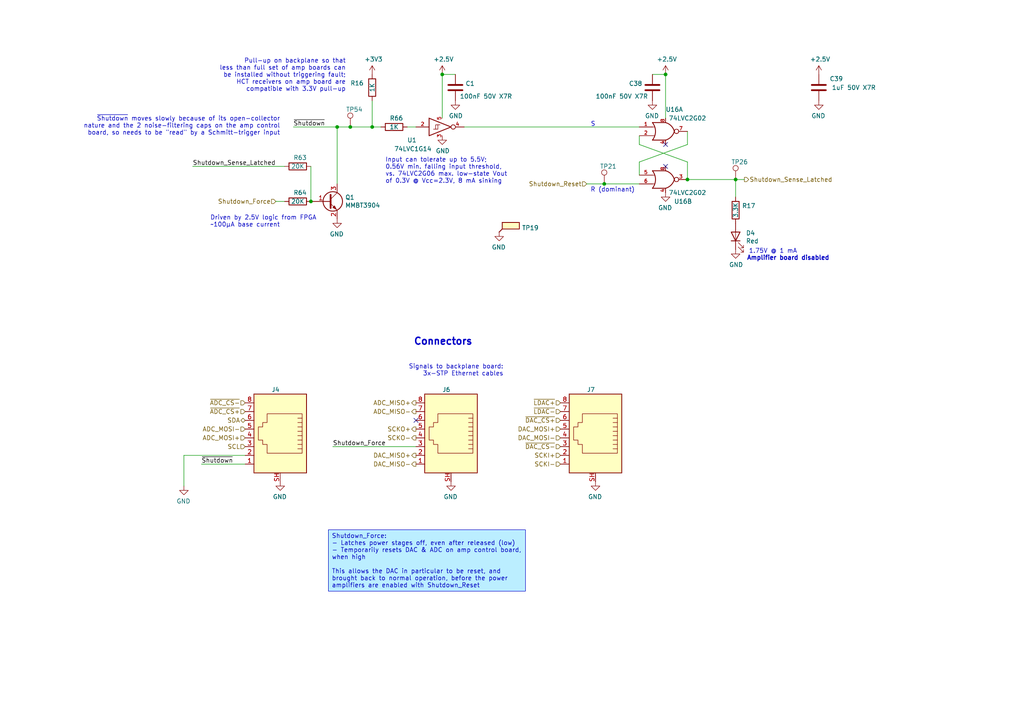
<source format=kicad_sch>
(kicad_sch (version 20231120) (generator "eeschema") (generator_version "8.0")
  (paper "A4")
  (title_block (rev "D1") (company "Martinos Center @ MGH") (comment 1 "Don Straney"))
  (lib_symbols
    (symbol "Connector:RJ45_Shielded" (pin_names (offset 1.016))
      (property "Reference" "J" (at -5.08 13.97 0))
      (property "Value" "RJ45_Shielded" (at 2.54 13.97 0))
      (symbol "RJ45_Shielded_0_1"
        (polyline (pts (xy -5.08 4.445) (xy -6.35 4.445)))
        (polyline (pts (xy -5.08 5.715) (xy -6.35 5.715)))
        (polyline (pts (xy -6.35 -3.175) (xy -5.08 -3.175) (xy -5.08 -3.175)))
        (polyline (pts (xy -6.35 -1.905) (xy -5.08 -1.905) (xy -5.08 -1.905)))
        (polyline (pts (xy -6.35 -0.635) (xy -5.08 -0.635) (xy -5.08 -0.635)))
        (polyline (pts (xy -6.35 0.635) (xy -5.08 0.635) (xy -5.08 0.635)))
        (polyline (pts (xy -6.35 1.905) (xy -5.08 1.905) (xy -5.08 1.905)))
        (polyline (pts (xy -5.08 3.175) (xy -6.35 3.175) (xy -6.35 3.175)))
        (polyline (pts (xy -6.35 -4.445) (xy -6.35 6.985) (xy 3.81 6.985) (xy 3.81 4.445) (xy 5.08 4.445) (xy 5.08 3.175) (xy 6.35 3.175) (xy 6.35 -0.635) (xy 5.08 -0.635) (xy 5.08 -1.905) (xy 3.81 -1.905) (xy 3.81 -4.445) (xy -6.35 -4.445) (xy -6.35 -4.445)))
        (rectangle (start 7.62 12.7) (end -7.62 -10.16) (stroke (width 0.254)) (fill (type background)))
      )
      (symbol "RJ45_Shielded_1_1"
        (pin passive line (at 10.16 -7.62 180) (length 2.54) (name "~") (number "1"))
        (pin passive line (at 10.16 -5.08 180) (length 2.54) (name "~") (number "2"))
        (pin passive line (at 10.16 -2.54 180) (length 2.54) (name "~") (number "3"))
        (pin passive line (at 10.16 0 180) (length 2.54) (name "~") (number "4"))
        (pin passive line (at 10.16 2.54 180) (length 2.54) (name "~") (number "5"))
        (pin passive line (at 10.16 5.08 180) (length 2.54) (name "~") (number "6"))
        (pin passive line (at 10.16 7.62 180) (length 2.54) (name "~") (number "7"))
        (pin passive line (at 10.16 10.16 180) (length 2.54) (name "~") (number "8"))
        (pin passive line (at 0 -12.7 90) (length 2.54) (name "~") (number "SH"))
      )
    )
    (symbol "Connector:TestPoint" (pin_numbers hide) (pin_names (offset 0.762) hide)
      (property "Reference" "TP" (at 0 6.858 0))
      (property "Value" "TestPoint" (at 0 5.08 0))
      (symbol "TestPoint_0_1"
        (circle (center 0 3.302) (radius 0.762))
      )
      (symbol "TestPoint_1_1"
        (pin passive line (at 0 0 90) (length 2.54) (name "1") (number "1"))
      )
    )
    (symbol "Connector:TestPoint_Flag" (pin_numbers hide) (pin_names (offset 0.762) hide)
      (property "Reference" "TP" (at 3.429 1.778 0))
      (property "Value" "TestPoint_Flag" (at 3.302 4.191 0))
      (symbol "TestPoint_Flag_0_1"
        (polyline (pts (xy 0 0) (xy 0.889 0.889)) (stroke (width 0.254)))
        (rectangle (start 0.889 2.794) (end 5.842 0.889) (stroke (width 0.254)) (fill (type background)))
      )
      (symbol "TestPoint_Flag_1_1"
        (pin passive line (at 0 0 90) (length 0) (name "1") (number "1"))
      )
    )
    (symbol "Device:C" (pin_numbers hide) (pin_names (offset 0.254))
      (property "Reference" "C" (at 0.635 2.54 0))
      (property "Value" "C" (at 0.635 -2.54 0))
      (symbol "C_0_1"
        (polyline (pts (xy -2.032 -0.762) (xy 2.032 -0.762)) (stroke (width 0.508)))
        (polyline (pts (xy -2.032 0.762) (xy 2.032 0.762)) (stroke (width 0.508)))
      )
      (symbol "C_1_1"
        (pin passive line (at 0 3.81 270) (length 2.794) (name "~") (number "1"))
        (pin passive line (at 0 -3.81 90) (length 2.794) (name "~") (number "2"))
      )
    )
    (symbol "Device:LED" (pin_numbers hide) (pin_names (offset 1.016) hide)
      (property "Reference" "D" (at 0 2.54 0))
      (property "Value" "LED" (at 0 -2.54 0))
      (symbol "LED_0_1"
        (polyline (pts (xy -1.27 -1.27) (xy -1.27 1.27)) (stroke (width 0.254)))
        (polyline (pts (xy -1.27 0) (xy 1.27 0)))
        (polyline (pts (xy 1.27 -1.27) (xy 1.27 1.27) (xy -1.27 0) (xy 1.27 -1.27)) (stroke (width 0.254)))
        (polyline (pts (xy -3.048 -0.762) (xy -4.572 -2.286) (xy -3.81 -2.286) (xy -4.572 -2.286) (xy -4.572 -1.524)))
        (polyline (pts (xy -1.778 -0.762) (xy -3.302 -2.286) (xy -2.54 -2.286) (xy -3.302 -2.286) (xy -3.302 -1.524)))
      )
      (symbol "LED_1_1"
        (pin passive line (at -3.81 0 0) (length 2.54) (name "K") (number "1"))
        (pin passive line (at 3.81 0 180) (length 2.54) (name "A") (number "2"))
      )
    )
    (symbol "Device:R" (pin_numbers hide) (pin_names (offset 0))
      (property "Reference" "R" (at 2.032 0 90))
      (property "Value" "R" (at 0 0 90))
      (symbol "R_0_1"
        (rectangle (start -1.016 -2.54) (end 1.016 2.54) (stroke (width 0.254)))
      )
      (symbol "R_1_1"
        (pin passive line (at 0 3.81 270) (length 1.27) (name "~") (number "1"))
        (pin passive line (at 0 -3.81 90) (length 1.27) (name "~") (number "2"))
      )
    )
    (symbol "Transistor_BJT:MMBT3904" (pin_names (offset 0) hide)
      (property "Reference" "Q" (at 5.08 1.905 0))
      (property "Value" "MMBT3904" (at 5.08 0 0))
      (symbol "MMBT3904_0_1"
        (polyline (pts (xy 0.635 0.635) (xy 2.54 2.54)))
        (polyline (pts (xy 0.635 -0.635) (xy 2.54 -2.54) (xy 2.54 -2.54)))
        (polyline (pts (xy 0.635 1.905) (xy 0.635 -1.905) (xy 0.635 -1.905)) (stroke (width 0.508)))
        (polyline (pts (xy 1.27 -1.778) (xy 1.778 -1.27) (xy 2.286 -2.286) (xy 1.27 -1.778) (xy 1.27 -1.778)) (fill (type outline)))
        (circle (center 1.27 0) (radius 2.8194) (stroke (width 0.254)))
      )
      (symbol "MMBT3904_1_1"
        (pin input line (at -5.08 0 0) (length 5.715) (name "B") (number "1"))
        (pin passive line (at 2.54 -5.08 90) (length 2.54) (name "E") (number "2"))
        (pin passive line (at 2.54 5.08 270) (length 2.54) (name "C") (number "3"))
      )
    )
    (symbol "backplane-rescue:+2.5V-Martinos" (power) (pin_names (offset 0))
      (property "Value" "+2.5V-Martinos" (at 0 3.556 0))
      (symbol "+2.5V-Martinos_0_1"
        (polyline (pts (xy -0.762 1.27) (xy 0 2.54)))
        (polyline (pts (xy 0 0) (xy 0 2.54)))
        (polyline (pts (xy 0 2.54) (xy 0.762 1.27)))
      )
      (symbol "+2.5V-Martinos_1_1"
        (pin power_in line (at 0 0 90) (length 0) hide (name "+2.5V") (number "1"))
      )
    )
    (symbol "backplane-rescue:+3.3V-power" (power) (pin_names (offset 0))
      (property "Value" "+3.3V-power" (at 0 3.556 0))
      (symbol "+3.3V-power_0_1"
        (polyline (pts (xy -0.762 1.27) (xy 0 2.54)))
        (polyline (pts (xy 0 0) (xy 0 2.54)))
        (polyline (pts (xy 0 2.54) (xy 0.762 1.27)))
      )
      (symbol "+3.3V-power_1_1"
        (pin power_in line (at 0 0 90) (length 0) hide (name "+3V3") (number "1"))
      )
    )
    (symbol "backplane-rescue:74LVC1G14-Martinos" (pin_names (offset 1.016) hide)
      (property "Reference" "U" (at -2.54 3.81 0))
      (property "Value" "74LVC1G14-Martinos" (at 0 -3.81 0))
      (symbol "74LVC1G14-Martinos_0_1"
        (polyline (pts (xy -1.905 -0.635) (xy -1.27 -0.635) (xy -1.27 0.635)))
        (polyline (pts (xy -3.81 2.54) (xy -3.81 -2.54) (xy 2.54 0) (xy -3.81 2.54)) (stroke (width 0.254)))
        (polyline (pts (xy -2.54 -0.635) (xy -1.905 -0.635) (xy -1.905 0.635) (xy -0.635 0.635)))
      )
      (symbol "74LVC1G14-Martinos_1_1"
        (pin input line (at -7.62 0 0) (length 3.81) (name "~") (number "2"))
        (pin power_in line (at 0 -2.54 270) (length 0) (name "GND") (number "3"))
        (pin output inverted (at 6.35 0 180) (length 3.81) (name "~") (number "4"))
        (pin power_in line (at 0 2.54 90) (length 0) (name "VCC") (number "5"))
      )
    )
    (symbol "backplane-rescue:74LVC2G02-Martinos" (pin_names (offset 1.016) hide)
      (property "Reference" "U" (at -2.54 3.81 0))
      (property "Value" "74LVC2G02-Martinos" (at 0 -3.81 0))
      (symbol "74LVC2G02-Martinos_0_1"
        (arc (start -3.81 -2.54) (mid -2.919 0) (end -3.81 2.54) (stroke (width 0.254)))
        (arc (start 0 -2.54) (mid 1.5993 -1.6027) (end 2.54 0) (stroke (width 0.254)))
        (polyline (pts (xy -3.81 -1.27) (xy -3.175 -1.27)))
        (polyline (pts (xy -3.81 1.27) (xy -3.175 1.27)))
        (polyline (pts (xy 0 -2.54) (xy -3.81 -2.54)) (stroke (width 0.254)) (fill (type background)))
        (polyline (pts (xy 0 2.54) (xy -3.81 2.54)) (stroke (width 0.254)) (fill (type background)))
        (arc (start 2.54 0) (mid 1.6119 1.6152) (end 0 2.54) (stroke (width 0.254)))
        (pin power_in line (at 0 -3.81 90) (length 1.27) (name "GND") (number "4"))
        (pin power_in line (at 0 3.81 270) (length 1.27) (name "VCC") (number "8"))
      )
      (symbol "74LVC2G02-Martinos_1_1"
        (pin input line (at -7.62 1.27 0) (length 3.81) (name "~") (number "1"))
        (pin input line (at -7.62 -1.27 0) (length 3.81) (name "~") (number "2"))
        (pin output inverted (at 6.35 0 180) (length 3.81) (name "~") (number "7"))
      )
      (symbol "74LVC2G02-Martinos_2_1"
        (pin output inverted (at 6.35 0 180) (length 3.81) (name "~") (number "3"))
        (pin input line (at -7.62 1.27 0) (length 3.81) (name "~") (number "5"))
        (pin input line (at -7.62 -1.27 0) (length 3.81) (name "~") (number "6"))
      )
    )
    (symbol "power:GND" (power) (pin_names (offset 0))
      (property "Value" "GND" (at 0 -3.81 0))
      (symbol "GND_0_1"
        (polyline (pts (xy 0 0) (xy 0 -1.27) (xy 1.27 -1.27) (xy 0 -2.54) (xy -1.27 -1.27) (xy 0 -1.27)))
      )
      (symbol "GND_1_1"
        (pin power_in line (at 0 0 270) (length 0) hide (name "GND") (number "1"))
      )
    )
  )
  (junction (at 193.04 21.59))
  (junction (at 97.79 36.83))
  (junction (at 101.6 36.83))
  (junction (at 199.39 52.07))
  (junction (at 90.17 58.42))
  (junction (at 128.27 21.59))
  (junction (at 213.36 52.07))
  (junction (at 175.26 53.34))
  (junction (at 107.95 36.83))
  (no_connect (at 120.65 121.92))
  (no_connect (at 193.04 48.26))
  (no_connect (at 193.04 41.91))
  (wire (pts (xy 175.26 53.34) (xy 185.42 53.34)))
  (wire (pts (xy 185.42 50.8) (xy 185.42 46.99)))
  (wire (pts (xy 193.04 34.29) (xy 193.04 21.59)))
  (wire (pts (xy 189.23 21.59) (xy 193.04 21.59)))
  (wire (pts (xy 110.49 36.83) (xy 107.95 36.83)))
  (wire (pts (xy 213.36 52.07) (xy 215.9 52.07)))
  (wire (pts (xy 101.6 36.83) (xy 107.95 36.83)))
  (wire (pts (xy 170.18 53.34) (xy 175.26 53.34)))
  (wire (pts (xy 128.27 21.59) (xy 132.08 21.59)))
  (wire (pts (xy 199.39 41.91) (xy 199.39 38.1)))
  (wire (pts (xy 90.17 58.42) (xy 90.17 48.26)))
  (wire (pts (xy 185.42 46.99) (xy 199.39 41.91)))
  (wire (pts (xy 53.34 140.97) (xy 53.34 132.08)))
  (wire (pts (xy 97.79 53.34) (xy 97.79 36.83)))
  (wire (pts (xy 185.42 39.37) (xy 185.42 41.91)))
  (wire (pts (xy 80.01 58.42) (xy 82.55 58.42)))
  (wire (pts (xy 185.42 41.91) (xy 199.39 46.99)))
  (wire (pts (xy 213.36 52.07) (xy 213.36 57.15)))
  (wire (pts (xy 107.95 29.21) (xy 107.95 36.83)))
  (wire (pts (xy 199.39 46.99) (xy 199.39 52.07)))
  (wire (pts (xy 96.52 129.54) (xy 120.65 129.54)))
  (wire (pts (xy 53.34 132.08) (xy 71.12 132.08)))
  (wire (pts (xy 82.55 48.26) (xy 55.88 48.26)))
  (wire (pts (xy 97.79 36.83) (xy 101.6 36.83)))
  (wire (pts (xy 85.09 36.83) (xy 97.79 36.83)))
  (wire (pts (xy 128.27 21.59) (xy 128.27 34.29)))
  (wire (pts (xy 118.11 36.83) (xy 120.65 36.83)))
  (wire (pts (xy 58.42 134.62) (xy 71.12 134.62)))
  (wire (pts (xy 199.39 52.07) (xy 213.36 52.07)))
  (wire (pts (xy 134.62 36.83) (xy 185.42 36.83)))
  (text_box "Shutdown_Force:\n- Latches power stages off, even after released (low)\n- Temporarily resets DAC & ADC on amp control board, when high\n\nThis allows the DAC in particular to be reset, and brought back to normal operation, before the power amplifiers are enabled with Shutdown_Reset" (at 95.25 153.67 0) (size 57.15 17.78) (fill (type color) (color 187 238 255 1)) (effects (font (size 1.27 1.27)) (justify left top)))
  (text "Signals to backplane board:\n3x-STP Ethernet cables" (at 146.05 109.22 0) (effects (font (size 1.27 1.27)) (justify right bottom)))
  (text "S" (at 172.72 36.83 0) (effects (font (size 1.27 1.27)) (justify right bottom)))
  (text "~{Shutdown} moves slowly because of its open-collector\nnature and the 2 noise-filtering caps on the amp control\nboard, so needs to be \"read\" by a Schmitt-trigger input" (at 81.28 39.37 0) (effects (font (size 1.27 1.27)) (justify right bottom)))
  (text "Amplifier board disabled" (at 228.6 74.93 0) (effects (font (size 1.27 1.27) (thickness 0.254) (bold yes))))
  (text "R (dominant)" (at 184.15 55.88 0) (effects (font (size 1.27 1.27)) (justify right bottom)))
  (text "1.75V @ 1 mA" (at 217.17 73.66 0) (effects (font (size 1.27 1.27)) (justify left bottom)))
  (text "Pull-up on backplane so that\nless than full set of amp boards can\nbe installed without triggering fault;\nHCT receivers on amp board are\ncompatible with 3.3V pull-up" (at 100.33 26.67 0) (effects (font (size 1.27 1.27)) (justify right bottom)))
  (text "Input can tolerate up to 5.5V;\n0.56V min. falling input threshold,\nvs. 74LVC2G06 max. low-state Vout\nof 0.3V @ Vcc=2.3V, 8 mA sinking" (at 111.76 53.34 0) (effects (font (size 1.27 1.27)) (justify left bottom)))
  (text "Driven by 2.5V logic from FPGA\n~100µA base current" (at 60.96 66.04 0) (effects (font (size 1.27 1.27)) (justify left bottom)))
  (text "Connectors" (at 137.16 100.33 0) (effects (font (size 2.0066 2.0066) (thickness 0.4013) (bold yes)) (justify right bottom)))
  (label "Shutdown_Sense_Latched" (at 55.88 48.26 0))
  (label "~{Shutdown}" (at 85.09 36.83 0))
  (label "~{Shutdown}" (at 58.42 134.62 0))
  (label "Shutdown_Force" (at 96.52 129.54 0))
  (hierarchical_label "Shutdown_Reset" (shape input) (at 170.18 53.34 180))
  (hierarchical_label "SDA" (shape bidirectional) (at 71.12 121.92 180))
  (hierarchical_label "DAC_MISO+" (shape output) (at 120.65 132.08 180))
  (hierarchical_label "DAC_MOSI-" (shape input) (at 162.56 127 180))
  (hierarchical_label "~{ADC_CS+}" (shape input) (at 71.12 119.38 180))
  (hierarchical_label "ADC_MOSI+" (shape input) (at 71.12 127 180))
  (hierarchical_label "DAC_MOSI+" (shape input) (at 162.56 124.46 180))
  (hierarchical_label "Shutdown_Force" (shape input) (at 80.01 58.42 180))
  (hierarchical_label "~{DAC_CS-}" (shape input) (at 162.56 129.54 180))
  (hierarchical_label "SCKI+" (shape input) (at 162.56 132.08 180))
  (hierarchical_label "~{LDAC+}" (shape input) (at 162.56 116.84 180))
  (hierarchical_label "ADC_MOSI-" (shape input) (at 71.12 124.46 180))
  (hierarchical_label "~{DAC_CS+}" (shape input) (at 162.56 121.92 180))
  (hierarchical_label "DAC_MISO-" (shape output) (at 120.65 134.62 180))
  (hierarchical_label "Shutdown_Sense_Latched" (shape output) (at 215.9 52.07 0))
  (hierarchical_label "SCL" (shape input) (at 71.12 129.54 180))
  (hierarchical_label "SCKI-" (shape input) (at 162.56 134.62 180))
  (hierarchical_label "SCKO-" (shape output) (at 120.65 127 180))
  (hierarchical_label "ADC_MISO+" (shape output) (at 120.65 116.84 180))
  (hierarchical_label "SCKO+" (shape output) (at 120.65 124.46 180))
  (hierarchical_label "~{ADC_CS-}" (shape input) (at 71.12 116.84 180))
  (hierarchical_label "~{LDAC-}" (shape input) (at 162.56 119.38 180))
  (hierarchical_label "ADC_MISO-" (shape output) (at 120.65 119.38 180))
  (symbol (lib_id "Connector:TestPoint_Flag") (at 144.78 67.31 0) (unit 1)
    (property "Reference" "TP19" (at 151.384 66.0908 0) (effects (justify left)))
    (property "Value" "TestPoint_Flag" (effects (hide yes)))
    (property "Footprint" "TestPoint:TestPoint_Keystone_5019_Minature" (effects (hide yes)))
    (property "Manufacturer" "Keystone" (effects (hide yes)))
    (property "Part Number" "5019" (effects (hide yes)))
    (property "Type" "SMT" (effects (hide yes)))
    (instances (project "backplane" (path "" (reference "TP19") (unit 1)) (path "" (reference "TP10") (unit 1)) (path "" (reference "TP15") (unit 1)) (path "" (reference "TP22") (unit 1)) (path "" (reference "TP30") (unit 1)) (path "" (reference "TP35") (unit 1)) (path "" (reference "TP40") (unit 1)) (path "" (reference "TP45") (unit 1))))
  )
  (symbol (lib_id "power:GND") (at 144.78 67.31 0) (mirror y) (unit 1)
    (property "Reference" "#PWR0194" (effects (hide yes)))
    (property "Value" "GND" (at 144.653 71.7042 0))
    (instances (project "backplane" (path "" (reference "#PWR0194") (unit 1)) (path "" (reference "#PWR0272") (unit 1)) (path "" (reference "#PWR0292") (unit 1)) (path "" (reference "#PWR0312") (unit 1)) (path "" (reference "#PWR0332") (unit 1)) (path "" (reference "#PWR0352") (unit 1)) (path "" (reference "#PWR0372") (unit 1)) (path "" (reference "#PWR0392") (unit 1))))
  )
  (symbol (lib_id "Connector:TestPoint") (at 175.26 53.34 0) (unit 1) (in_bom no)
    (property "Reference" "TP21" (at 173.99 48.26 0) (effects (justify left)))
    (property "Value" "TestPoint" (effects (hide yes)))
    (property "Footprint" "TestPoint:TestPoint_Pad_D2.0mm" (effects (hide yes)))
    (property "DNP" "DNP" (effects (hide yes)))
    (instances (project "backplane" (path "" (reference "TP21") (unit 1)) (path "" (reference "TP11") (unit 1)) (path "" (reference "TP16") (unit 1)) (path "" (reference "TP23") (unit 1)) (path "" (reference "TP31") (unit 1)) (path "" (reference "TP36") (unit 1)) (path "" (reference "TP41") (unit 1)) (path "" (reference "TP46") (unit 1))))
  )
  (symbol (lib_id "Connector:TestPoint") (at 213.36 52.07 0) (unit 1) (in_bom no)
    (property "Reference" "TP26" (at 212.09 46.99 0) (effects (justify left)))
    (property "Value" "TestPoint" (effects (hide yes)))
    (property "Footprint" "TestPoint:TestPoint_Pad_D2.0mm" (effects (hide yes)))
    (property "DNP" "DNP" (effects (hide yes)))
    (instances (project "backplane" (path "" (reference "TP26") (unit 1)) (path "" (reference "TP14") (unit 1)) (path "" (reference "TP20") (unit 1)) (path "" (reference "TP29") (unit 1)) (path "" (reference "TP34") (unit 1)) (path "" (reference "TP39") (unit 1)) (path "" (reference "TP44") (unit 1)) (path "" (reference "TP49") (unit 1))))
  )
  (symbol (lib_id "power:GND") (at 213.36 72.39 0) (unit 1)
    (property "Reference" "#PWR0195" (effects (hide yes)))
    (property "Value" "GND" (at 213.487 76.7842 0))
    (instances (project "backplane" (path "" (reference "#PWR0195") (unit 1)) (path "" (reference "#PWR0273") (unit 1)) (path "" (reference "#PWR0293") (unit 1)) (path "" (reference "#PWR0313") (unit 1)) (path "" (reference "#PWR0333") (unit 1)) (path "" (reference "#PWR0353") (unit 1)) (path "" (reference "#PWR0373") (unit 1)) (path "" (reference "#PWR0393") (unit 1))))
  )
  (symbol (lib_id "Device:R") (at 213.36 60.96 0) (mirror x) (unit 1)
    (property "Reference" "R17" (at 217.17 59.69 0))
    (property "Value" "3.3K" (at 213.36 60.96 90))
    (property "Footprint" "Resistor_SMD:R_0805_2012Metric" (effects (hide yes)))
    (property "Manufacturer" "KOA Speer" (effects (hide yes)))
    (property "Part Number" "RK73H2ATTD3301F" (effects (hide yes)))
    (property "Notes" "Can substitute generic resistor with same package, value, 1% tolerance" (effects (hide yes)))
    (property "Type" "SMT" (effects (hide yes)))
    (instances (project "backplane" (path "" (reference "R17") (unit 1)) (path "" (reference "R22") (unit 1)) (path "" (reference "R26") (unit 1)) (path "" (reference "R30") (unit 1)) (path "" (reference "R34") (unit 1)) (path "" (reference "R38") (unit 1)) (path "" (reference "R42") (unit 1)) (path "" (reference "R46") (unit 1))))
  )
  (symbol (lib_id "Device:LED") (at 213.36 68.58 90) (unit 1)
    (property "Reference" "D4" (at 216.3318 67.5894 90) (effects (justify right)))
    (property "Value" "Red" (at 216.3318 69.9008 90) (effects (justify right)))
    (property "Footprint" "LED_SMD:LED_0805_2012Metric" (effects (hide yes)))
    (property "Datasheet" "https://optoelectronics.liteon.com/upload/download/DS-22-99-0150/LTST-C170KRKT.pdf" (effects (hide yes)))
    (property "Manufacturer" "Lite-On" (effects (hide yes)))
    (property "Part Number" "LTST-C170KRKT" (effects (hide yes)))
    (property "Type" "SMT" (effects (hide yes)))
    (instances (project "backplane" (path "" (reference "D4") (unit 1)) (path "" (reference "D6") (unit 1)) (path "" (reference "D7") (unit 1)) (path "" (reference "D8") (unit 1)) (path "" (reference "D9") (unit 1)) (path "" (reference "D10") (unit 1)) (path "" (reference "D11") (unit 1)) (path "" (reference "D12") (unit 1))))
  )
  (symbol (lib_id "backplane-rescue:74LVC2G02-Martinos") (at 193.04 38.1 0) (unit 1)
    (property "Reference" "U16" (at 195.58 31.75 0))
    (property "Value" "74LVC2G02" (at 199.39 34.29 0))
    (property "Footprint" "Package_SO:VSSOP-8_3.0x3.0mm_P0.65mm" (effects (hide yes)))
    (property "Datasheet" "http://www.ti.com/lit/sg/scyt129e/scyt129e.pdf" (effects (hide yes)))
    (property "Manufacturer" "Texas Instruments" (effects (hide yes)))
    (property "Part Number" "SN74LVC2G02DCTR" (effects (hide yes)))
    (property "Manufacturer Alt." "Nexperia" (effects (hide yes)))
    (property "Part Number Alt." "74LVC2G02DP,125" (effects (hide yes)))
    (property "Type" "SMT" (effects (hide yes)))
    (instances (project "backplane" (path "" (reference "U16") (unit 1)) (path "" (reference "U13") (unit 1)) (path "" (reference "U15") (unit 1)) (path "" (reference "U18") (unit 1)) (path "" (reference "U20") (unit 1)) (path "" (reference "U22") (unit 1)) (path "" (reference "U24") (unit 1)) (path "" (reference "U26") (unit 1))))
  )
  (symbol (lib_id "Device:C") (at 189.23 25.4 0) (mirror y) (unit 1)
    (property "Reference" "C38" (at 186.309 24.2316 0) (effects (justify left)))
    (property "Value" "100nF 50V X7R" (at 187.96 27.94 0) (effects (justify left)))
    (property "Footprint" "Capacitor_SMD:C_0603_1608Metric" (effects (hide yes)))
    (property "Manufacturer" "Kemet" (effects (hide yes)))
    (property "Part Number" "C0603C104K5RACTU" (effects (hide yes)))
    (property "Type" "SMT" (effects (hide yes)))
    (instances (project "backplane" (path "" (reference "C38") (unit 1)) (path "" (reference "C41") (unit 1)) (path "" (reference "C44") (unit 1)) (path "" (reference "C47") (unit 1)) (path "" (reference "C50") (unit 1)) (path "" (reference "C53") (unit 1)) (path "" (reference "C56") (unit 1)) (path "" (reference "C59") (unit 1))))
  )
  (symbol (lib_id "power:GND") (at 189.23 29.21 0) (mirror y) (unit 1)
    (property "Reference" "#PWR0192" (effects (hide yes)))
    (property "Value" "GND" (at 189.103 33.6042 0))
    (instances (project "backplane" (path "" (reference "#PWR0192") (unit 1)) (path "" (reference "#PWR0270") (unit 1)) (path "" (reference "#PWR0290") (unit 1)) (path "" (reference "#PWR0310") (unit 1)) (path "" (reference "#PWR0330") (unit 1)) (path "" (reference "#PWR0350") (unit 1)) (path "" (reference "#PWR0370") (unit 1)) (path "" (reference "#PWR0390") (unit 1))))
  )
  (symbol (lib_id "backplane-rescue:74LVC2G02-Martinos") (at 193.04 52.07 0) (unit 2)
    (property "Reference" "U16" (at 198.12 58.42 0))
    (property "Value" "74LVC2G02" (at 199.39 55.88 0))
    (property "Footprint" "Package_SO:VSSOP-8_3.0x3.0mm_P0.65mm" (effects (hide yes)))
    (property "Datasheet" "http://www.ti.com/lit/sg/scyt129e/scyt129e.pdf" (effects (hide yes)))
    (property "Manufacturer" "Texas Instruments" (effects (hide yes)))
    (property "Part Number" "SN74LVC2G02DCTR" (effects (hide yes)))
    (property "Manufacturer Alt." "Nexperia" (effects (hide yes)))
    (property "Part Number Alt." "74LVC2G02DP,125" (effects (hide yes)))
    (property "Type" "SMT" (effects (hide yes)))
    (instances (project "backplane" (path "" (reference "U16") (unit 2)) (path "" (reference "U13") (unit 2)) (path "" (reference "U15") (unit 2)) (path "" (reference "U18") (unit 2)) (path "" (reference "U20") (unit 2)) (path "" (reference "U22") (unit 2)) (path "" (reference "U24") (unit 2)) (path "" (reference "U26") (unit 2))))
  )
  (symbol (lib_id "power:GND") (at 193.04 55.88 0) (mirror y) (unit 1)
    (property "Reference" "#PWR0193" (effects (hide yes)))
    (property "Value" "GND" (at 192.913 60.2742 0))
    (instances (project "backplane" (path "" (reference "#PWR0193") (unit 1)) (path "" (reference "#PWR0271") (unit 1)) (path "" (reference "#PWR0291") (unit 1)) (path "" (reference "#PWR0311") (unit 1)) (path "" (reference "#PWR0331") (unit 1)) (path "" (reference "#PWR0351") (unit 1)) (path "" (reference "#PWR0371") (unit 1)) (path "" (reference "#PWR0391") (unit 1))))
  )
  (symbol (lib_id "Device:R") (at 107.95 25.4 0) (unit 1)
    (property "Reference" "R16" (at 101.6 24.13 0) (effects (justify left)))
    (property "Value" "1K" (at 107.95 25.4 90))
    (property "Footprint" "Resistor_SMD:R_0805_2012Metric" (effects (hide yes)))
    (property "Manufacturer" "KOA Speer" (effects (hide yes)))
    (property "Part Number" "RK73H2ATTD1001F" (effects (hide yes)))
    (property "Notes" "Can substitute generic resistor with same package, value, 1% tolerance" (effects (hide yes)))
    (property "Type" "SMT" (effects (hide yes)))
    (instances (project "backplane" (path "" (reference "R16") (unit 1)) (path "" (reference "R20") (unit 1)) (path "" (reference "R24") (unit 1)) (path "" (reference "R28") (unit 1)) (path "" (reference "R32") (unit 1)) (path "" (reference "R36") (unit 1)) (path "" (reference "R40") (unit 1)) (path "" (reference "R44") (unit 1))))
  )
  (symbol (lib_id "Device:R") (at 114.3 36.83 270) (unit 1)
    (property "Reference" "R66" (at 113.03 34.29 90) (effects (justify left)))
    (property "Value" "1K" (at 114.3 36.83 90))
    (property "Footprint" "Resistor_SMD:R_0805_2012Metric" (effects (hide yes)))
    (property "Manufacturer" "KOA Speer" (effects (hide yes)))
    (property "Part Number" "RK73H2ATTD1001F" (effects (hide yes)))
    (property "Notes" "Can substitute generic resistor with same package, value, 1% tolerance" (effects (hide yes)))
    (property "Type" "SMT" (effects (hide yes)))
    (instances (project "backplane" (path "" (reference "R66") (unit 1)) (path "" (reference "R21") (unit 1)) (path "" (reference "R25") (unit 1)) (path "" (reference "R29") (unit 1)) (path "" (reference "R33") (unit 1)) (path "" (reference "R37") (unit 1)) (path "" (reference "R41") (unit 1)) (path "" (reference "R45") (unit 1))))
  )
  (symbol (lib_id "Device:R") (at 86.36 58.42 270) (unit 1)
    (property "Reference" "R64" (at 85.09 55.88 90) (effects (justify left)))
    (property "Value" "20K" (at 86.36 58.42 90))
    (property "Footprint" "Resistor_SMD:R_0805_2012Metric" (effects (hide yes)))
    (property "Manufacturer" "KOA Speer" (effects (hide yes)))
    (property "Part Number" "RK73H2ATTD2002F" (effects (hide yes)))
    (property "Notes" "Can substitute generic resistor with same package, value, 1% tolerance" (effects (hide yes)))
    (property "Type" "SMT" (effects (hide yes)))
    (instances (project "backplane" (path "" (reference "R64") (unit 1)) (path "" (reference "R19") (unit 1)) (path "" (reference "R23") (unit 1)) (path "" (reference "R27") (unit 1)) (path "" (reference "R31") (unit 1)) (path "" (reference "R35") (unit 1)) (path "" (reference "R39") (unit 1)) (path "" (reference "R43") (unit 1))))
  )
  (symbol (lib_id "Connector:RJ45_Shielded") (at 130.81 127 0) (mirror y) (unit 1)
    (property "Reference" "J6" (at 128.27 113.03 0) (effects (justify right)))
    (property "Value" "RJ45_Shielded" (effects (hide yes)))
    (property "Footprint" "Don:RJ45_Amphenol_RJE06-188-1x20" (effects (hide yes)))
    (property "Manufacturer" "Amphenol ICC" (effects (hide yes)))
    (property "Part Number" "RJE061881120" (effects (hide yes)))
    (property "Type" "Through-hole" (effects (hide yes)))
    (property "Manufacturer Alt." "Amphenol ICC" (effects (hide yes)))
    (property "Part Number Alt." "RJE061881120H" (effects (hide yes)))
    (instances (project "backplane" (path "" (reference "J6") (unit 1)) (path "" (reference "J15") (unit 1)) (path "" (reference "J20") (unit 1)) (path "" (reference "J25") (unit 1)) (path "" (reference "J30") (unit 1)) (path "" (reference "J35") (unit 1)) (path "" (reference "J40") (unit 1)) (path "" (reference "J45") (unit 1))))
  )
  (symbol (lib_id "Connector:RJ45_Shielded") (at 172.72 127 0) (mirror y) (unit 1)
    (property "Reference" "J7" (at 170.18 113.03 0) (effects (justify right)))
    (property "Value" "RJ45_Shielded" (effects (hide yes)))
    (property "Footprint" "Don:RJ45_Amphenol_RJE06-188-1x20" (effects (hide yes)))
    (property "Manufacturer" "Amphenol ICC" (effects (hide yes)))
    (property "Part Number" "RJE061881120" (effects (hide yes)))
    (property "Type" "Through-hole" (effects (hide yes)))
    (property "Manufacturer Alt." "Amphenol ICC" (effects (hide yes)))
    (property "Part Number Alt." "RJE061881120H" (effects (hide yes)))
    (instances (project "backplane" (path "" (reference "J7") (unit 1)) (path "" (reference "J16") (unit 1)) (path "" (reference "J21") (unit 1)) (path "" (reference "J26") (unit 1)) (path "" (reference "J31") (unit 1)) (path "" (reference "J36") (unit 1)) (path "" (reference "J41") (unit 1)) (path "" (reference "J46") (unit 1))))
  )
  (symbol (lib_id "Connector:RJ45_Shielded") (at 81.28 127 0) (mirror y) (unit 1)
    (property "Reference" "J4" (at 78.74 113.03 0) (effects (justify right)))
    (property "Value" "RJ45_Shielded" (effects (hide yes)))
    (property "Footprint" "Don:RJ45_Amphenol_RJE06-188-1x20" (effects (hide yes)))
    (property "Manufacturer" "Amphenol ICC" (effects (hide yes)))
    (property "Part Number" "RJE061881120" (effects (hide yes)))
    (property "Type" "Through-hole" (effects (hide yes)))
    (property "Manufacturer Alt." "Amphenol ICC" (effects (hide yes)))
    (property "Part Number Alt." "RJE061881120H" (effects (hide yes)))
    (instances (project "backplane" (path "" (reference "J4") (unit 1)) (path "" (reference "J13") (unit 1)) (path "" (reference "J18") (unit 1)) (path "" (reference "J23") (unit 1)) (path "" (reference "J28") (unit 1)) (path "" (reference "J33") (unit 1)) (path "" (reference "J38") (unit 1)) (path "" (reference "J43") (unit 1))))
  )
  (symbol (lib_id "power:GND") (at 81.28 139.7 0) (mirror y) (unit 1)
    (property "Reference" "#PWR0104" (effects (hide yes)))
    (property "Value" "GND" (at 81.153 144.0942 0))
    (instances (project "backplane" (path "" (reference "#PWR0104") (unit 1)) (path "" (reference "#PWR0275") (unit 1)) (path "" (reference "#PWR0295") (unit 1)) (path "" (reference "#PWR0315") (unit 1)) (path "" (reference "#PWR0335") (unit 1)) (path "" (reference "#PWR0355") (unit 1)) (path "" (reference "#PWR0375") (unit 1)) (path "" (reference "#PWR0395") (unit 1))))
  )
  (symbol (lib_id "power:GND") (at 53.34 140.97 0) (mirror y) (unit 1)
    (property "Reference" "#PWR0105" (effects (hide yes)))
    (property "Value" "GND" (at 53.213 145.3642 0))
    (instances (project "backplane" (path "" (reference "#PWR0105") (unit 1)) (path "" (reference "#PWR0276") (unit 1)) (path "" (reference "#PWR0296") (unit 1)) (path "" (reference "#PWR0316") (unit 1)) (path "" (reference "#PWR0336") (unit 1)) (path "" (reference "#PWR0356") (unit 1)) (path "" (reference "#PWR0376") (unit 1)) (path "" (reference "#PWR0396") (unit 1))))
  )
  (symbol (lib_id "power:GND") (at 130.81 139.7 0) (mirror y) (unit 1)
    (property "Reference" "#PWR0106" (effects (hide yes)))
    (property "Value" "GND" (at 130.683 144.0942 0))
    (instances (project "backplane" (path "" (reference "#PWR0106") (unit 1)) (path "" (reference "#PWR0277") (unit 1)) (path "" (reference "#PWR0297") (unit 1)) (path "" (reference "#PWR0317") (unit 1)) (path "" (reference "#PWR0337") (unit 1)) (path "" (reference "#PWR0357") (unit 1)) (path "" (reference "#PWR0377") (unit 1)) (path "" (reference "#PWR0397") (unit 1))))
  )
  (symbol (lib_id "power:GND") (at 172.72 139.7 0) (mirror y) (unit 1)
    (property "Reference" "#PWR0107" (effects (hide yes)))
    (property "Value" "GND" (at 172.593 144.0942 0))
    (instances (project "backplane" (path "" (reference "#PWR0107") (unit 1)) (path "" (reference "#PWR0278") (unit 1)) (path "" (reference "#PWR0298") (unit 1)) (path "" (reference "#PWR0318") (unit 1)) (path "" (reference "#PWR0338") (unit 1)) (path "" (reference "#PWR0358") (unit 1)) (path "" (reference "#PWR0378") (unit 1)) (path "" (reference "#PWR0398") (unit 1))))
  )
  (symbol (lib_id "power:GND") (at 128.27 39.37 0) (unit 1)
    (property "Reference" "#PWR0109" (effects (hide yes)))
    (property "Value" "GND" (at 128.397 43.7642 0))
    (instances (project "backplane" (path "" (reference "#PWR0109") (unit 1)) (path "" (reference "#PWR0280") (unit 1)) (path "" (reference "#PWR0300") (unit 1)) (path "" (reference "#PWR0320") (unit 1)) (path "" (reference "#PWR0340") (unit 1)) (path "" (reference "#PWR0360") (unit 1)) (path "" (reference "#PWR0380") (unit 1)) (path "" (reference "#PWR0400") (unit 1))))
  )
  (symbol (lib_id "Transistor_BJT:MMBT3904") (at 95.25 58.42 0) (unit 1)
    (property "Reference" "Q1" (at 100.1014 57.2516 0) (effects (justify left)))
    (property "Value" "MMBT3904" (at 100.1014 59.563 0) (effects (justify left)))
    (property "Footprint" "Package_TO_SOT_SMD:SOT-23" (effects (hide yes)))
    (property "Datasheet" "https://www.onsemi.com/pub/Collateral/2N3903-D.PDF" (effects (hide yes)))
    (property "Manufacturer" "Diodes Inc." (effects (hide yes)))
    (property "Manufacturer Alt." "Nexperia" (effects (hide yes)))
    (property "Part Number" "MMBT3904-7-F" (effects (hide yes)))
    (property "Part Number Alt." "MMBT3904,215" (effects (hide yes)))
    (property "Type" "SMT" (effects (hide yes)))
    (instances (project "backplane" (path "" (reference "Q1") (unit 1)) (path "" (reference "Q2") (unit 1)) (path "" (reference "Q3") (unit 1)) (path "" (reference "Q4") (unit 1)) (path "" (reference "Q5") (unit 1)) (path "" (reference "Q6") (unit 1)) (path "" (reference "Q7") (unit 1)) (path "" (reference "Q8") (unit 1))))
  )
  (symbol (lib_id "power:GND") (at 97.79 63.5 0) (mirror y) (unit 1)
    (property "Reference" "#PWR0110" (effects (hide yes)))
    (property "Value" "GND" (at 97.663 67.8942 0))
    (instances (project "backplane" (path "" (reference "#PWR0110") (unit 1)) (path "" (reference "#PWR0281") (unit 1)) (path "" (reference "#PWR0301") (unit 1)) (path "" (reference "#PWR0321") (unit 1)) (path "" (reference "#PWR0341") (unit 1)) (path "" (reference "#PWR0361") (unit 1)) (path "" (reference "#PWR0381") (unit 1)) (path "" (reference "#PWR0401") (unit 1))))
  )
  (symbol (lib_id "Device:C") (at 132.08 25.4 0) (unit 1)
    (property "Reference" "C1" (at 135.001 24.2316 0) (effects (justify left)))
    (property "Value" "100nF 50V X7R" (at 133.35 27.94 0) (effects (justify left)))
    (property "Footprint" "Capacitor_SMD:C_0603_1608Metric" (effects (hide yes)))
    (property "Manufacturer" "Kemet" (effects (hide yes)))
    (property "Part Number" "C0603C104K5RACTU" (effects (hide yes)))
    (property "Type" "SMT" (effects (hide yes)))
    (instances (project "backplane" (path "" (reference "C1") (unit 1)) (path "" (reference "C40") (unit 1)) (path "" (reference "C43") (unit 1)) (path "" (reference "C46") (unit 1)) (path "" (reference "C49") (unit 1)) (path "" (reference "C52") (unit 1)) (path "" (reference "C55") (unit 1)) (path "" (reference "C58") (unit 1))))
  )
  (symbol (lib_id "power:GND") (at 132.08 29.21 0) (unit 1)
    (property "Reference" "#PWR0111" (effects (hide yes)))
    (property "Value" "GND" (at 132.207 33.6042 0))
    (instances (project "backplane" (path "" (reference "#PWR0111") (unit 1)) (path "" (reference "#PWR0282") (unit 1)) (path "" (reference "#PWR0302") (unit 1)) (path "" (reference "#PWR0322") (unit 1)) (path "" (reference "#PWR0342") (unit 1)) (path "" (reference "#PWR0362") (unit 1)) (path "" (reference "#PWR0382") (unit 1)) (path "" (reference "#PWR0402") (unit 1))))
  )
  (symbol (lib_id "power:GND") (at 237.49 29.21 0) (mirror y) (unit 1)
    (property "Reference" "#PWR0112" (effects (hide yes)))
    (property "Value" "GND" (at 237.363 33.6042 0))
    (instances (project "backplane" (path "" (reference "#PWR0112") (unit 1)) (path "" (reference "#PWR0283") (unit 1)) (path "" (reference "#PWR0303") (unit 1)) (path "" (reference "#PWR0323") (unit 1)) (path "" (reference "#PWR0343") (unit 1)) (path "" (reference "#PWR0363") (unit 1)) (path "" (reference "#PWR0383") (unit 1)) (path "" (reference "#PWR0403") (unit 1))))
  )
  (symbol (lib_id "backplane-rescue:+2.5V-Martinos") (at 237.49 21.59 0) (unit 1)
    (property "Reference" "#PWR0113" (effects (hide yes)))
    (property "Value" "+2.5V" (at 237.871 17.1958 0))
    (instances (project "backplane" (path "" (reference "#PWR0113") (unit 1)) (path "" (reference "#PWR0284") (unit 1)) (path "" (reference "#PWR0304") (unit 1)) (path "" (reference "#PWR0324") (unit 1)) (path "" (reference "#PWR0344") (unit 1)) (path "" (reference "#PWR0364") (unit 1)) (path "" (reference "#PWR0384") (unit 1)) (path "" (reference "#PWR0404") (unit 1))))
  )
  (symbol (lib_id "backplane-rescue:74LVC1G14-Martinos") (at 128.27 36.83 0) (unit 1)
    (property "Reference" "U1" (at 118.11 40.64 0) (effects (justify left)))
    (property "Value" "74LVC1G14" (at 114.3 43.18 0) (effects (justify left)))
    (property "Footprint" "Don_std:SOT-23-5" (effects (hide yes)))
    (property "Manufacturer" "Texas Instruments" (effects (hide yes)))
    (property "Part Number" "SN74LVC1G14DBVR" (effects (hide yes)))
    (property "Manufacturer Alt." "Nexperia" (effects (hide yes)))
    (property "Part Number Alt." "74LVC1G14GV,125" (effects (hide yes)))
    (property "Type" "SMT" (effects (hide yes)))
    (instances (project "backplane" (path "" (reference "U1") (unit 1)) (path "" (reference "U12") (unit 1)) (path "" (reference "U14") (unit 1)) (path "" (reference "U17") (unit 1)) (path "" (reference "U19") (unit 1)) (path "" (reference "U21") (unit 1)) (path "" (reference "U23") (unit 1)) (path "" (reference "U25") (unit 1))))
  )
  (symbol (lib_id "backplane-rescue:+2.5V-Martinos") (at 193.04 21.59 0) (unit 1)
    (property "Reference" "#PWR0115" (effects (hide yes)))
    (property "Value" "+2.5V" (at 193.421 17.1958 0))
    (instances (project "backplane" (path "" (reference "#PWR0115") (unit 1)) (path "" (reference "#PWR0285") (unit 1)) (path "" (reference "#PWR0305") (unit 1)) (path "" (reference "#PWR0325") (unit 1)) (path "" (reference "#PWR0345") (unit 1)) (path "" (reference "#PWR0365") (unit 1)) (path "" (reference "#PWR0385") (unit 1)) (path "" (reference "#PWR0405") (unit 1))))
  )
  (symbol (lib_id "backplane-rescue:+2.5V-Martinos") (at 128.27 21.59 0) (unit 1)
    (property "Reference" "#PWR0122" (effects (hide yes)))
    (property "Value" "+2.5V" (at 128.651 17.1958 0))
    (instances (project "backplane" (path "" (reference "#PWR0122") (unit 1)) (path "" (reference "#PWR0286") (unit 1)) (path "" (reference "#PWR0306") (unit 1)) (path "" (reference "#PWR0326") (unit 1)) (path "" (reference "#PWR0346") (unit 1)) (path "" (reference "#PWR0366") (unit 1)) (path "" (reference "#PWR0386") (unit 1)) (path "" (reference "#PWR0406") (unit 1))))
  )
  (symbol (lib_id "backplane-rescue:+3.3V-power") (at 107.95 21.59 0) (unit 1)
    (property "Reference" "#PWR0128" (effects (hide yes)))
    (property "Value" "+3V3" (at 108.331 17.1958 0))
    (instances (project "backplane" (path "" (reference "#PWR0128") (unit 1)) (path "" (reference "#PWR0287") (unit 1)) (path "" (reference "#PWR0307") (unit 1)) (path "" (reference "#PWR0327") (unit 1)) (path "" (reference "#PWR0347") (unit 1)) (path "" (reference "#PWR0367") (unit 1)) (path "" (reference "#PWR0387") (unit 1)) (path "" (reference "#PWR0407") (unit 1))))
  )
  (symbol (lib_id "Device:R") (at 86.36 48.26 270) (unit 1)
    (property "Reference" "R63" (at 85.09 45.72 90) (effects (justify left)))
    (property "Value" "20K" (at 86.36 48.26 90))
    (property "Footprint" "Resistor_SMD:R_0805_2012Metric" (effects (hide yes)))
    (property "Manufacturer" "KOA Speer" (effects (hide yes)))
    (property "Part Number" "RK73H2ATTD2002F" (effects (hide yes)))
    (property "Notes" "Can substitute generic resistor with same package, value, 1% tolerance" (effects (hide yes)))
    (property "Type" "SMT" (effects (hide yes)))
    (instances (project "backplane" (path "" (reference "R63") (unit 1)) (path "" (reference "R65") (unit 1)) (path "" (reference "R67") (unit 1)) (path "" (reference "R68") (unit 1)) (path "" (reference "R69") (unit 1)) (path "" (reference "R70") (unit 1)) (path "" (reference "R71") (unit 1)) (path "" (reference "R72") (unit 1))))
  )
  (symbol (lib_id "Device:C") (at 237.49 25.4 0) (mirror x) (unit 1)
    (property "Reference" "C39" (at 242.57 22.86 0))
    (property "Value" "1uF 50V X7R" (at 247.65 25.4 0))
    (property "Footprint" "Capacitor_SMD:C_0805_2012Metric" (effects (hide yes)))
    (property "Manufacturer" "Kemet" (effects (hide yes)))
    (property "Part Number" "C0805C105K3RACTU" (effects (hide yes)))
    (property "Type" "SMT" (effects (hide yes)))
    (instances (project "backplane" (path "" (reference "C39") (unit 1)) (path "" (reference "C42") (unit 1)) (path "" (reference "C45") (unit 1)) (path "" (reference "C48") (unit 1)) (path "" (reference "C51") (unit 1)) (path "" (reference "C54") (unit 1)) (path "" (reference "C57") (unit 1)) (path "" (reference "C60") (unit 1))))
  )
  (symbol (lib_id "Connector:TestPoint") (at 101.6 36.83 0) (unit 1) (in_bom no)
    (property "Reference" "TP54" (at 100.33 31.75 0) (effects (justify left)))
    (property "Value" "TestPoint" (effects (hide yes)))
    (property "Footprint" "TestPoint:TestPoint_Pad_D2.0mm" (effects (hide yes)))
    (property "DNP" "DNP" (effects (hide yes)))
    (instances (project "backplane" (path "" (reference "TP54") (unit 1)) (path "" (reference "TP55") (unit 1)) (path "" (reference "TP56") (unit 1)) (path "" (reference "TP57") (unit 1)) (path "" (reference "TP58") (unit 1)) (path "" (reference "TP59") (unit 1)) (path "" (reference "TP60") (unit 1)) (path "" (reference "TP61") (unit 1))))
  )
)
</source>
